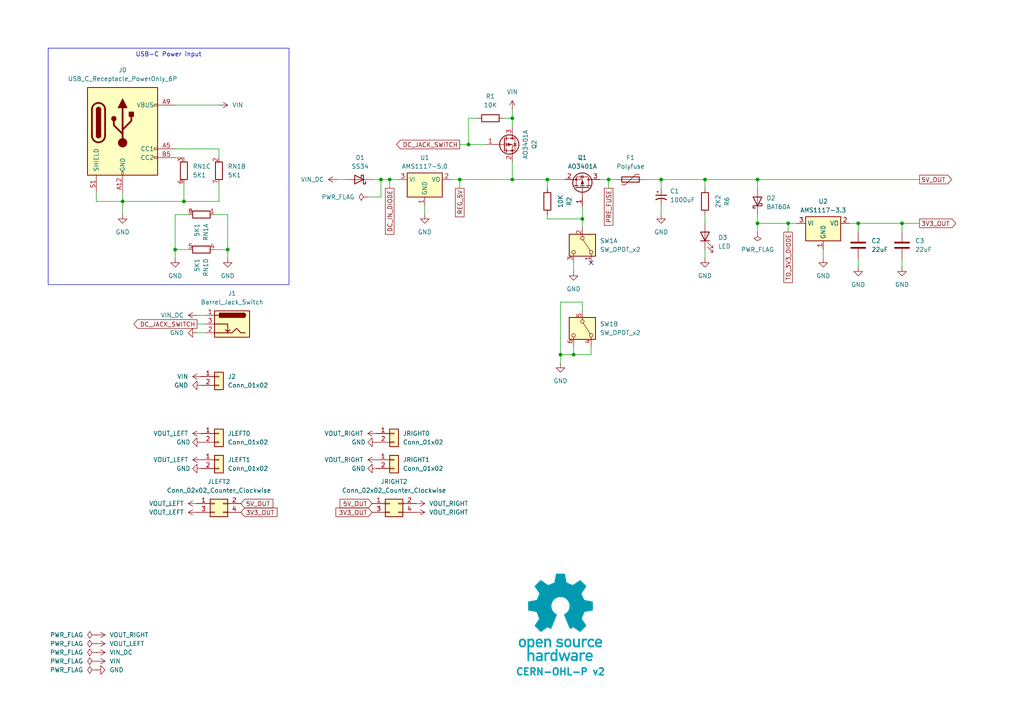
<source format=kicad_sch>
(kicad_sch (version 20231120) (generator "eeschema") (generator_version "8.0")
  (paper "A4")
  (lib_symbols
    (symbol "Connector:Barrel_Jack_Switch" (pin_names hide)
      (property "Reference" "J" (at 0 5.334 0))
      (property "Value" "Barrel_Jack_Switch" (at 0 -5.08 0))
      (symbol "Barrel_Jack_Switch_0_1"
        (rectangle (start -5.08 3.81) (end 5.08 -3.81) (stroke (width 0.254)) (fill (type background)))
        (arc (start -3.302 3.175) (mid -3.9343 2.54) (end -3.302 1.905) (stroke (width 0.254)))
        (arc (start -3.302 3.175) (mid -3.9343 2.54) (end -3.302 1.905) (stroke (width 0.254)) (fill (type outline)))
        (polyline (pts (xy 1.27 -2.286) (xy 1.905 -1.651)) (stroke (width 0.254)))
        (polyline (pts (xy 5.08 2.54) (xy 3.81 2.54)) (stroke (width 0.254)))
        (polyline (pts (xy 5.08 0) (xy 1.27 0) (xy 1.27 -2.286) (xy 0.635 -1.651)) (stroke (width 0.254)))
        (polyline (pts (xy -3.81 -2.54) (xy -2.54 -2.54) (xy -1.27 -1.27) (xy 0 -2.54) (xy 2.54 -2.54) (xy 5.08 -2.54)) (stroke (width 0.254)))
        (rectangle (start 3.683 3.175) (end -3.302 1.905) (stroke (width 0.254)) (fill (type outline)))
      )
      (symbol "Barrel_Jack_Switch_1_1"
        (pin passive line (at 7.62 2.54 180) (length 2.54) (name "~") (number "1"))
        (pin passive line (at 7.62 -2.54 180) (length 2.54) (name "~") (number "2"))
        (pin passive line (at 7.62 0 180) (length 2.54) (name "~") (number "3"))
      )
    )
    (symbol "Connector:USB_C_Receptacle_PowerOnly_6P" (pin_names (offset 1.016))
      (property "Reference" "J" (at 0 16.51 0))
      (property "Value" "USB_C_Receptacle_PowerOnly_6P" (at 0 13.97 0))
      (symbol "USB_C_Receptacle_PowerOnly_6P_0_0"
        (rectangle (start -0.254 -12.7) (end 0.254 -11.684))
        (rectangle (start 10.16 -7.366) (end 9.144 -7.874))
        (rectangle (start 10.16 -4.826) (end 9.144 -5.334))
        (rectangle (start 10.16 7.874) (end 9.144 7.366))
      )
      (symbol "USB_C_Receptacle_PowerOnly_6P_0_1"
        (rectangle (start -10.16 12.7) (end 10.16 -12.7) (stroke (width 0.254)) (fill (type background)))
        (arc (start -8.89 -1.27) (mid -6.985 -3.1667) (end -5.08 -1.27) (stroke (width 0.508)))
        (arc (start -7.62 -1.27) (mid -6.985 -1.9023) (end -6.35 -1.27) (stroke (width 0.254)))
        (arc (start -7.62 -1.27) (mid -6.985 -1.9023) (end -6.35 -1.27) (stroke (width 0.254)) (fill (type outline)))
        (rectangle (start -7.62 -1.27) (end -6.35 6.35) (stroke (width 0.254)) (fill (type outline)))
        (arc (start -6.35 6.35) (mid -6.985 6.9823) (end -7.62 6.35) (stroke (width 0.254)))
        (arc (start -6.35 6.35) (mid -6.985 6.9823) (end -7.62 6.35) (stroke (width 0.254)) (fill (type outline)))
        (arc (start -5.08 6.35) (mid -6.985 8.2467) (end -8.89 6.35) (stroke (width 0.508)))
        (circle (center -2.54 3.683) (radius 0.635) (stroke (width 0.254)) (fill (type outline)))
        (circle (center 0 -3.302) (radius 1.27) (fill (type outline)))
        (polyline (pts (xy -8.89 -1.27) (xy -8.89 6.35)) (stroke (width 0.508)))
        (polyline (pts (xy -5.08 6.35) (xy -5.08 -1.27)) (stroke (width 0.508)))
        (polyline (pts (xy 0 -3.302) (xy 0 6.858)) (stroke (width 0.508)))
        (polyline (pts (xy 0 -0.762) (xy -2.54 1.778) (xy -2.54 3.048)) (stroke (width 0.508)))
        (polyline (pts (xy 0 0.508) (xy 2.54 3.048) (xy 2.54 4.318)) (stroke (width 0.508)))
        (polyline (pts (xy -1.27 6.858) (xy 0 9.398) (xy 1.27 6.858) (xy -1.27 6.858)) (stroke (width 0.254)) (fill (type outline)))
        (rectangle (start 1.905 4.318) (end 3.175 5.588) (stroke (width 0.254)) (fill (type outline)))
      )
      (symbol "USB_C_Receptacle_PowerOnly_6P_1_1"
        (pin passive line (at 0 -17.78 90) (length 5.08) (name "GND") (number "A12"))
        (pin bidirectional line (at 15.24 -5.08 180) (length 5.08) (name "CC1") (number "A5"))
        (pin passive line (at 15.24 7.62 180) (length 5.08) (name "VBUS") (number "A9"))
        (pin passive line (at 0 -17.78 90) (length 5.08) hide (name "GND") (number "B12"))
        (pin bidirectional line (at 15.24 -7.62 180) (length 5.08) (name "CC2") (number "B5"))
        (pin passive line (at 15.24 7.62 180) (length 5.08) hide (name "VBUS") (number "B9"))
        (pin passive line (at -7.62 -17.78 90) (length 5.08) (name "SHIELD") (number "S1"))
      )
    )
    (symbol "Connector_Generic:Conn_01x02" (pin_names (offset 1.016) hide)
      (property "Reference" "J" (at 0 2.54 0))
      (property "Value" "Conn_01x02" (at 0 -5.08 0))
      (symbol "Conn_01x02_1_1"
        (rectangle (start -1.27 -2.413) (end 0 -2.667) (stroke (width 0.1524)))
        (rectangle (start -1.27 0.127) (end 0 -0.127) (stroke (width 0.1524)))
        (rectangle (start -1.27 1.27) (end 1.27 -3.81) (stroke (width 0.254)) (fill (type background)))
        (pin passive line (at -5.08 0 0) (length 3.81) (name "Pin_1") (number "1"))
        (pin passive line (at -5.08 -2.54 0) (length 3.81) (name "Pin_2") (number "2"))
      )
    )
    (symbol "Connector_Generic:Conn_02x02_Odd_Even" (pin_names (offset 1.016) hide)
      (property "Reference" "J" (at 1.27 2.54 0))
      (property "Value" "Conn_02x02_Odd_Even" (at 1.27 -5.08 0))
      (symbol "Conn_02x02_Odd_Even_1_1"
        (rectangle (start -1.27 -2.413) (end 0 -2.667) (stroke (width 0.1524)))
        (rectangle (start -1.27 0.127) (end 0 -0.127) (stroke (width 0.1524)))
        (rectangle (start -1.27 1.27) (end 3.81 -3.81) (stroke (width 0.254)) (fill (type background)))
        (rectangle (start 3.81 -2.413) (end 2.54 -2.667) (stroke (width 0.1524)))
        (rectangle (start 3.81 0.127) (end 2.54 -0.127) (stroke (width 0.1524)))
        (pin passive line (at -5.08 0 0) (length 3.81) (name "Pin_1") (number "1"))
        (pin passive line (at 7.62 0 180) (length 3.81) (name "Pin_2") (number "2"))
        (pin passive line (at -5.08 -2.54 0) (length 3.81) (name "Pin_3") (number "3"))
        (pin passive line (at 7.62 -2.54 180) (length 3.81) (name "Pin_4") (number "4"))
      )
    )
    (symbol "Device:C" (pin_numbers hide) (pin_names (offset 0.254))
      (property "Reference" "C" (at 0.635 2.54 0))
      (property "Value" "C" (at 0.635 -2.54 0))
      (symbol "C_0_1"
        (polyline (pts (xy -2.032 -0.762) (xy 2.032 -0.762)) (stroke (width 0.508)))
        (polyline (pts (xy -2.032 0.762) (xy 2.032 0.762)) (stroke (width 0.508)))
      )
      (symbol "C_1_1"
        (pin passive line (at 0 3.81 270) (length 2.794) (name "~") (number "1"))
        (pin passive line (at 0 -3.81 90) (length 2.794) (name "~") (number "2"))
      )
    )
    (symbol "Device:C_Polarized_Small_US" (pin_numbers hide) (pin_names (offset 0.254) hide)
      (property "Reference" "C" (at 0.254 1.778 0))
      (property "Value" "C_Polarized_Small_US" (at 0.254 -2.032 0))
      (symbol "C_Polarized_Small_US_0_1"
        (polyline (pts (xy -1.524 0.508) (xy 1.524 0.508)) (stroke (width 0.3048)))
        (polyline (pts (xy -1.27 1.524) (xy -0.762 1.524)))
        (polyline (pts (xy -1.016 1.27) (xy -1.016 1.778)))
        (arc (start 1.524 -0.762) (mid 0 -0.3734) (end -1.524 -0.762) (stroke (width 0.3048)))
      )
      (symbol "C_Polarized_Small_US_1_1"
        (pin passive line (at 0 2.54 270) (length 2.032) (name "~") (number "1"))
        (pin passive line (at 0 -2.54 90) (length 2.032) (name "~") (number "2"))
      )
    )
    (symbol "Device:LED" (pin_numbers hide) (pin_names (offset 1.016) hide)
      (property "Reference" "D" (at 0 2.54 0))
      (property "Value" "LED" (at 0 -2.54 0))
      (symbol "LED_0_1"
        (polyline (pts (xy -1.27 -1.27) (xy -1.27 1.27)) (stroke (width 0.254)))
        (polyline (pts (xy -1.27 0) (xy 1.27 0)))
        (polyline (pts (xy 1.27 -1.27) (xy 1.27 1.27) (xy -1.27 0) (xy 1.27 -1.27)) (stroke (width 0.254)))
        (polyline (pts (xy -3.048 -0.762) (xy -4.572 -2.286) (xy -3.81 -2.286) (xy -4.572 -2.286) (xy -4.572 -1.524)))
        (polyline (pts (xy -1.778 -0.762) (xy -3.302 -2.286) (xy -2.54 -2.286) (xy -3.302 -2.286) (xy -3.302 -1.524)))
      )
      (symbol "LED_1_1"
        (pin passive line (at -3.81 0 0) (length 2.54) (name "K") (number "1"))
        (pin passive line (at 3.81 0 180) (length 2.54) (name "A") (number "2"))
      )
    )
    (symbol "Device:Polyfuse" (pin_numbers hide) (pin_names (offset 0))
      (property "Reference" "F" (at -2.54 0 90))
      (property "Value" "Polyfuse" (at 2.54 0 90))
      (symbol "Polyfuse_0_1"
        (rectangle (start -0.762 2.54) (end 0.762 -2.54) (stroke (width 0.254)))
        (polyline (pts (xy 0 2.54) (xy 0 -2.54)))
        (polyline (pts (xy -1.524 2.54) (xy -1.524 1.524) (xy 1.524 -1.524) (xy 1.524 -2.54)))
      )
      (symbol "Polyfuse_1_1"
        (pin passive line (at 0 3.81 270) (length 1.27) (name "~") (number "1"))
        (pin passive line (at 0 -3.81 90) (length 1.27) (name "~") (number "2"))
      )
    )
    (symbol "Device:R" (pin_numbers hide) (pin_names (offset 0))
      (property "Reference" "R" (at 2.032 0 90))
      (property "Value" "R" (at 0 0 90))
      (symbol "R_0_1"
        (rectangle (start -1.016 -2.54) (end 1.016 2.54) (stroke (width 0.254)))
      )
      (symbol "R_1_1"
        (pin passive line (at 0 3.81 270) (length 1.27) (name "~") (number "1"))
        (pin passive line (at 0 -3.81 90) (length 1.27) (name "~") (number "2"))
      )
    )
    (symbol "Device:R_Pack04_Split" (pin_names (offset 0) hide)
      (property "Reference" "RN" (at 2.032 0 90))
      (property "Value" "R_Pack04_Split" (at 0 0 90))
      (symbol "R_Pack04_Split_0_1"
        (rectangle (start 1.016 2.54) (end -1.016 -2.54) (stroke (width 0.254)))
      )
      (symbol "R_Pack04_Split_1_1"
        (pin passive line (at 0 -3.81 90) (length 1.27) (name "R1.1") (number "1"))
        (pin passive line (at 0 3.81 270) (length 1.27) (name "R1.2") (number "8"))
      )
      (symbol "R_Pack04_Split_2_1"
        (pin passive line (at 0 -3.81 90) (length 1.27) (name "R2.1") (number "2"))
        (pin passive line (at 0 3.81 270) (length 1.27) (name "R2.2") (number "7"))
      )
      (symbol "R_Pack04_Split_3_1"
        (pin passive line (at 0 -3.81 90) (length 1.27) (name "R3.1") (number "3"))
        (pin passive line (at 0 3.81 270) (length 1.27) (name "R3.2") (number "6"))
      )
      (symbol "R_Pack04_Split_4_1"
        (pin passive line (at 0 -3.81 90) (length 1.27) (name "R4.1") (number "4"))
        (pin passive line (at 0 3.81 270) (length 1.27) (name "R4.2") (number "5"))
      )
    )
    (symbol "Diode:BAT60A" (pin_numbers hide) (pin_names (offset 1.016) hide)
      (property "Reference" "D" (at 0 2.54 0))
      (property "Value" "BAT60A" (at 0 -2.54 0))
      (symbol "BAT60A_0_1"
        (polyline (pts (xy 1.27 0) (xy -1.27 0)))
        (polyline (pts (xy 1.27 1.27) (xy 1.27 -1.27) (xy -1.27 0) (xy 1.27 1.27)) (stroke (width 0.254)))
        (polyline (pts (xy -1.905 0.635) (xy -1.905 1.27) (xy -1.27 1.27) (xy -1.27 -1.27) (xy -0.635 -1.27) (xy -0.635 -0.635)) (stroke (width 0.254)))
      )
      (symbol "BAT60A_1_1"
        (pin passive line (at -3.81 0 0) (length 2.54) (name "K") (number "1"))
        (pin passive line (at 3.81 0 180) (length 2.54) (name "A") (number "2"))
      )
    )
    (symbol "Diode:SS34" (pin_numbers hide) (pin_names (offset 1.016) hide)
      (property "Reference" "D" (at 0 2.54 0))
      (property "Value" "SS34" (at 0 -2.54 0))
      (symbol "SS34_0_1"
        (polyline (pts (xy 1.27 0) (xy -1.27 0)))
        (polyline (pts (xy 1.27 1.27) (xy 1.27 -1.27) (xy -1.27 0) (xy 1.27 1.27)) (stroke (width 0.254)))
        (polyline (pts (xy -1.905 0.635) (xy -1.905 1.27) (xy -1.27 1.27) (xy -1.27 -1.27) (xy -0.635 -1.27) (xy -0.635 -0.635)) (stroke (width 0.254)))
      )
      (symbol "SS34_1_1"
        (pin passive line (at -3.81 0 0) (length 2.54) (name "K") (number "1"))
        (pin passive line (at 3.81 0 180) (length 2.54) (name "A") (number "2"))
      )
    )
    (symbol "Regulator_Linear:AMS1117-3.3"
      (property "Reference" "U" (at -3.81 3.175 0))
      (property "Value" "AMS1117-3.3" (at 0 3.175 0))
      (symbol "AMS1117-3.3_0_1"
        (rectangle (start -5.08 -5.08) (end 5.08 1.905) (stroke (width 0.254)) (fill (type background)))
      )
      (symbol "AMS1117-3.3_1_1"
        (pin power_in line (at 0 -7.62 90) (length 2.54) (name "GND") (number "1"))
        (pin power_out line (at 7.62 0 180) (length 2.54) (name "VO") (number "2"))
        (pin power_in line (at -7.62 0 0) (length 2.54) (name "VI") (number "3"))
      )
    )
    (symbol "Regulator_Linear:AMS1117-5.0"
      (property "Reference" "U" (at -3.81 3.175 0))
      (property "Value" "AMS1117-5.0" (at 0 3.175 0))
      (symbol "AMS1117-5.0_0_1"
        (rectangle (start -5.08 -5.08) (end 5.08 1.905) (stroke (width 0.254)) (fill (type background)))
      )
      (symbol "AMS1117-5.0_1_1"
        (pin power_in line (at 0 -7.62 90) (length 2.54) (name "GND") (number "1"))
        (pin power_out line (at 7.62 0 180) (length 2.54) (name "VO") (number "2"))
        (pin power_in line (at -7.62 0 0) (length 2.54) (name "VI") (number "3"))
      )
    )
    (symbol "Switch:SW_DPDT_x2" (pin_names (offset 0) hide)
      (property "Reference" "SW" (at 0 5.08 0))
      (property "Value" "SW_DPDT_x2" (at 0 -5.08 0))
      (symbol "SW_DPDT_x2_0_0"
        (circle (center -2.032 0) (radius 0.508))
        (circle (center 2.032 -2.54) (radius 0.508))
      )
      (symbol "SW_DPDT_x2_0_1"
        (rectangle (start -3.175 3.81) (end 3.175 -3.81) (stroke (width 0.254)) (fill (type background)))
        (polyline (pts (xy -1.524 0.254) (xy 1.5748 2.286)))
        (circle (center 2.032 2.54) (radius 0.508))
      )
      (symbol "SW_DPDT_x2_1_1"
        (pin passive line (at 5.08 2.54 180) (length 2.54) (name "A") (number "1"))
        (pin passive line (at -5.08 0 0) (length 2.54) (name "B") (number "2"))
        (pin passive line (at 5.08 -2.54 180) (length 2.54) (name "C") (number "3"))
      )
      (symbol "SW_DPDT_x2_2_1"
        (pin passive line (at 5.08 2.54 180) (length 2.54) (name "A") (number "4"))
        (pin passive line (at -5.08 0 0) (length 2.54) (name "B") (number "5"))
        (pin passive line (at 5.08 -2.54 180) (length 2.54) (name "C") (number "6"))
      )
    )
    (symbol "Transistor_FET:AO3401A" (pin_names hide)
      (property "Reference" "Q" (at 5.08 1.905 0))
      (property "Value" "AO3401A" (at 5.08 0 0))
      (symbol "AO3401A_0_1"
        (polyline (pts (xy 0.254 0) (xy -2.54 0)))
        (polyline (pts (xy 0.254 1.905) (xy 0.254 -1.905)) (stroke (width 0.254)))
        (polyline (pts (xy 0.762 -1.27) (xy 0.762 -2.286)) (stroke (width 0.254)))
        (polyline (pts (xy 0.762 0.508) (xy 0.762 -0.508)) (stroke (width 0.254)))
        (polyline (pts (xy 0.762 2.286) (xy 0.762 1.27)) (stroke (width 0.254)))
        (polyline (pts (xy 2.54 2.54) (xy 2.54 1.778)))
        (polyline (pts (xy 2.54 -2.54) (xy 2.54 0) (xy 0.762 0)))
        (polyline (pts (xy 0.762 1.778) (xy 3.302 1.778) (xy 3.302 -1.778) (xy 0.762 -1.778)))
        (polyline (pts (xy 2.286 0) (xy 1.27 0.381) (xy 1.27 -0.381) (xy 2.286 0)) (fill (type outline)))
        (polyline (pts (xy 2.794 -0.508) (xy 2.921 -0.381) (xy 3.683 -0.381) (xy 3.81 -0.254)))
        (polyline (pts (xy 3.302 -0.381) (xy 2.921 0.254) (xy 3.683 0.254) (xy 3.302 -0.381)))
        (circle (center 1.651 0) (radius 2.794) (stroke (width 0.254)))
        (circle (center 2.54 -1.778) (radius 0.254) (fill (type outline)))
        (circle (center 2.54 1.778) (radius 0.254) (fill (type outline)))
      )
      (symbol "AO3401A_1_1"
        (pin input line (at -5.08 0 0) (length 2.54) (name "G") (number "1"))
        (pin passive line (at 2.54 -5.08 90) (length 2.54) (name "S") (number "2"))
        (pin passive line (at 2.54 5.08 270) (length 2.54) (name "D") (number "3"))
      )
    )
    (symbol "power:GND" (power) (pin_numbers hide) (pin_names (offset 0) hide)
      (property "Value" "GND" (at 0 -3.81 0))
      (symbol "GND_0_1"
        (polyline (pts (xy 0 0) (xy 0 -1.27) (xy 1.27 -1.27) (xy 0 -2.54) (xy -1.27 -1.27) (xy 0 -1.27)))
      )
      (symbol "GND_1_1"
        (pin power_in line (at 0 0 270) (length 0) (name "~") (number "1"))
      )
    )
    (symbol "power:PWR_FLAG" (power) (pin_numbers hide) (pin_names (offset 0) hide)
      (property "Value" "PWR_FLAG" (at 0 3.81 0))
      (symbol "PWR_FLAG_0_0"
        (pin power_out line (at 0 0 90) (length 0) (name "~") (number "1"))
      )
      (symbol "PWR_FLAG_0_1"
        (polyline (pts (xy 0 0) (xy 0 1.27) (xy -1.016 1.905) (xy 0 2.54) (xy 1.016 1.905) (xy 0 1.27)))
      )
    )
    (symbol "power:VCC" (power) (pin_numbers hide) (pin_names (offset 0) hide)
      (property "Value" "VCC" (at 0 3.556 0))
      (symbol "VCC_0_1"
        (polyline (pts (xy -0.762 1.27) (xy 0 2.54)))
        (polyline (pts (xy 0 0) (xy 0 2.54)))
        (polyline (pts (xy 0 2.54) (xy 0.762 1.27)))
      )
      (symbol "VCC_1_1"
        (pin power_in line (at 0 0 90) (length 0) (name "~") (number "1"))
      )
    )
  )
  (junction (at 261.62 64.77))
  (junction (at 168.91 63.5))
  (junction (at 133.35 52.07))
  (junction (at 50.8 72.39))
  (junction (at 219.71 64.77))
  (junction (at 191.77 52.07))
  (junction (at 135.89 41.91))
  (junction (at 176.53 52.07))
  (junction (at 248.92 64.77))
  (junction (at 35.56 58.42))
  (junction (at 148.59 34.29))
  (junction (at 113.03 52.07))
  (junction (at 158.75 52.07))
  (junction (at 204.47 52.07))
  (junction (at 162.56 102.87))
  (junction (at 219.71 52.07))
  (junction (at 166.37 102.87))
  (junction (at 110.49 52.07))
  (junction (at 228.6 64.77))
  (junction (at 53.34 58.42))
  (junction (at 148.59 52.07))
  (junction (at 66.04 72.39))
  (no_connect (at 171.45 76.2))
  (wire (pts (xy 50.8 72.39) (xy 50.8 74.93)))
  (wire (pts (xy 248.92 64.77) (xy 248.92 67.31)))
  (wire (pts (xy 261.62 64.77) (xy 261.62 67.31)))
  (wire (pts (xy 158.75 54.61) (xy 158.75 52.07)))
  (wire (pts (xy 148.59 34.29) (xy 148.59 36.83)))
  (wire (pts (xy 228.6 64.77) (xy 219.71 64.77)))
  (wire (pts (xy 113.03 52.07) (xy 113.03 54.61)))
  (wire (pts (xy 204.47 62.23) (xy 204.47 64.77)))
  (wire (pts (xy 176.53 52.07) (xy 176.53 54.61)))
  (wire (pts (xy 35.56 58.42) (xy 35.56 62.23)))
  (wire (pts (xy 261.62 74.93) (xy 261.62 77.47)))
  (wire (pts (xy 110.49 57.15) (xy 110.49 52.07)))
  (wire (pts (xy 158.75 63.5) (xy 168.91 63.5)))
  (wire (pts (xy 168.91 87.63) (xy 162.56 87.63)))
  (wire (pts (xy 57.15 96.52) (xy 59.69 96.52)))
  (wire (pts (xy 238.76 74.93) (xy 238.76 72.39)))
  (wire (pts (xy 162.56 102.87) (xy 166.37 102.87)))
  (wire (pts (xy 50.8 30.48) (xy 63.5 30.48)))
  (wire (pts (xy 166.37 102.87) (xy 171.45 102.87)))
  (wire (pts (xy 186.69 52.07) (xy 191.77 52.07)))
  (wire (pts (xy 191.77 52.07) (xy 204.47 52.07)))
  (wire (pts (xy 231.14 64.77) (xy 228.6 64.77)))
  (wire (pts (xy 54.61 62.23) (xy 50.8 62.23)))
  (wire (pts (xy 54.61 72.39) (xy 50.8 72.39)))
  (wire (pts (xy 106.68 57.15) (xy 110.49 57.15)))
  (wire (pts (xy 148.59 46.99) (xy 148.59 52.07)))
  (wire (pts (xy 219.71 67.31) (xy 219.71 64.77)))
  (wire (pts (xy 110.49 52.07) (xy 113.03 52.07)))
  (wire (pts (xy 191.77 62.23) (xy 191.77 59.69)))
  (wire (pts (xy 135.89 34.29) (xy 135.89 41.91)))
  (wire (pts (xy 57.15 91.44) (xy 59.69 91.44)))
  (wire (pts (xy 148.59 52.07) (xy 158.75 52.07)))
  (wire (pts (xy 97.79 52.07) (xy 100.33 52.07)))
  (wire (pts (xy 62.23 62.23) (xy 66.04 62.23)))
  (wire (pts (xy 166.37 100.33) (xy 166.37 102.87)))
  (wire (pts (xy 158.75 62.23) (xy 158.75 63.5)))
  (wire (pts (xy 162.56 102.87) (xy 162.56 105.41)))
  (wire (pts (xy 168.91 63.5) (xy 168.91 59.69)))
  (wire (pts (xy 50.8 62.23) (xy 50.8 72.39)))
  (wire (pts (xy 219.71 52.07) (xy 266.7 52.07)))
  (wire (pts (xy 27.94 58.42) (xy 35.56 58.42)))
  (wire (pts (xy 63.5 53.34) (xy 63.5 58.42)))
  (wire (pts (xy 63.5 43.18) (xy 63.5 45.72)))
  (wire (pts (xy 148.59 31.75) (xy 148.59 34.29)))
  (wire (pts (xy 146.05 34.29) (xy 148.59 34.29)))
  (wire (pts (xy 62.23 72.39) (xy 66.04 72.39)))
  (wire (pts (xy 176.53 52.07) (xy 179.07 52.07)))
  (wire (pts (xy 133.35 41.91) (xy 135.89 41.91)))
  (wire (pts (xy 53.34 53.34) (xy 53.34 58.42)))
  (wire (pts (xy 57.15 93.98) (xy 59.69 93.98)))
  (wire (pts (xy 113.03 52.07) (xy 115.57 52.07)))
  (wire (pts (xy 158.75 52.07) (xy 163.83 52.07)))
  (wire (pts (xy 248.92 74.93) (xy 248.92 77.47)))
  (wire (pts (xy 204.47 52.07) (xy 204.47 54.61)))
  (wire (pts (xy 219.71 64.77) (xy 219.71 62.23)))
  (wire (pts (xy 133.35 52.07) (xy 133.35 54.61)))
  (wire (pts (xy 50.8 45.72) (xy 53.34 45.72)))
  (wire (pts (xy 261.62 64.77) (xy 248.92 64.77)))
  (wire (pts (xy 110.49 52.07) (xy 107.95 52.07)))
  (wire (pts (xy 171.45 102.87) (xy 171.45 100.33)))
  (wire (pts (xy 266.7 64.77) (xy 261.62 64.77)))
  (wire (pts (xy 168.91 90.17) (xy 168.91 87.63)))
  (wire (pts (xy 228.6 64.77) (xy 228.6 67.31)))
  (wire (pts (xy 135.89 41.91) (xy 140.97 41.91)))
  (wire (pts (xy 166.37 76.2) (xy 166.37 78.74)))
  (wire (pts (xy 168.91 63.5) (xy 168.91 66.04)))
  (wire (pts (xy 204.47 72.39) (xy 204.47 74.93)))
  (wire (pts (xy 130.81 52.07) (xy 133.35 52.07)))
  (wire (pts (xy 219.71 54.61) (xy 219.71 52.07)))
  (wire (pts (xy 123.19 62.23) (xy 123.19 59.69)))
  (wire (pts (xy 50.8 43.18) (xy 63.5 43.18)))
  (wire (pts (xy 248.92 64.77) (xy 246.38 64.77)))
  (wire (pts (xy 53.34 58.42) (xy 35.56 58.42)))
  (wire (pts (xy 63.5 58.42) (xy 53.34 58.42)))
  (wire (pts (xy 35.56 55.88) (xy 35.56 58.42)))
  (wire (pts (xy 162.56 87.63) (xy 162.56 102.87)))
  (wire (pts (xy 133.35 52.07) (xy 148.59 52.07)))
  (wire (pts (xy 138.43 34.29) (xy 135.89 34.29)))
  (wire (pts (xy 204.47 52.07) (xy 219.71 52.07)))
  (wire (pts (xy 66.04 72.39) (xy 66.04 74.93)))
  (wire (pts (xy 66.04 62.23) (xy 66.04 72.39)))
  (wire (pts (xy 173.99 52.07) (xy 176.53 52.07)))
  (wire (pts (xy 191.77 52.07) (xy 191.77 54.61)))
  (wire (pts (xy 27.94 55.88) (xy 27.94 58.42)))
  (image (at 162.56 179.07) (scale 0.37481))
  (text_box "USB-C Power input" (at 13.97 13.97 0) (size 69.85 68.58) (effects (font (size 1.27 1.27)) (justify top)))
  (text "CERN-OHL-P v2" (at 162.56 195.072 0) (effects (font (size 2 2) (thickness 0.4) (bold yes))))
  (global_label "5V_OUT" (shape input) (at 107.95 146.05 180) (property "Intersheetrefs" "${INTERSHEET_REFS}" (effects (hide yes))))
  (global_label "REG_5V" (shape passive) (at 133.35 54.61 270) (property "Intersheetrefs" "${INTERSHEET_REFS}" (effects (hide yes))))
  (global_label "3V3_OUT" (shape output) (at 266.7 64.77 0) (property "Intersheetrefs" "${INTERSHEET_REFS}" (effects (hide yes))))
  (global_label "DC_JACK_SWITCH" (shape output) (at 57.15 93.98 180) (property "Intersheetrefs" "${INTERSHEET_REFS}" (effects (hide yes))))
  (global_label "DC_JACK_SWITCH" (shape output) (at 133.35 41.91 180) (property "Intersheetrefs" "${INTERSHEET_REFS}" (effects (hide yes))))
  (global_label "3V3_OUT" (shape input) (at 107.95 148.59 180) (property "Intersheetrefs" "${INTERSHEET_REFS}" (effects (hide yes))))
  (global_label "5V_OUT" (shape output) (at 266.7 52.07 0) (property "Intersheetrefs" "${INTERSHEET_REFS}" (effects (hide yes))))
  (global_label "TO_3V3_DIODE" (shape passive) (at 228.6 67.31 270) (property "Intersheetrefs" "${INTERSHEET_REFS}" (effects (hide yes))))
  (global_label "3V3_OUT" (shape input) (at 69.85 148.59 0) (property "Intersheetrefs" "${INTERSHEET_REFS}" (effects (hide yes))))
  (global_label "5V_OUT" (shape input) (at 69.85 146.05 0) (property "Intersheetrefs" "${INTERSHEET_REFS}" (effects (hide yes))))
  (global_label "PRE_FUSE" (shape passive) (at 176.53 54.61 270) (property "Intersheetrefs" "${INTERSHEET_REFS}" (effects (hide yes))))
  (global_label "DC_IN_DIODE" (shape passive) (at 113.03 54.61 270) (property "Intersheetrefs" "${INTERSHEET_REFS}" (effects (hide yes))))
  (symbol (lib_id "Regulator_Linear:AMS1117-3.3") (at 238.76 64.77 0) (unit 1)
    (property "Reference" "U2" (at 238.76 58.42 0))
    (property "Value" "AMS1117-3.3" (at 238.76 60.96 0))
    (property "Footprint" "Package_TO_SOT_SMD:SOT-223-3_TabPin2" (effects (hide yes)))
    (property "Datasheet" "http://www.advanced-monolithic.com/pdf/ds1117.pdf" (effects (hide yes)))
    (property "Description" "1A Low Dropout regulator, positive, 3.3V fixed output, SOT-223" (effects (hide yes)))
  )
  (symbol (lib_id "power:PWR_FLAG") (at 27.94 186.69 90) (unit 1)
    (property "Reference" "#FLG03" (effects (hide yes)))
    (property "Value" "PWR_FLAG" (at 24.13 186.6899 90) (effects (justify left)))
    (property "Description" "Special symbol for telling ERC where power comes from" (effects (hide yes)))
  )
  (symbol (lib_id "Switch:SW_DPDT_x2") (at 168.91 71.12 270) (unit 1)
    (property "Reference" "SW1" (at 173.99 69.8499 90) (effects (justify left)))
    (property "Value" "SW_DPDT_x2" (at 173.99 72.3899 90) (effects (justify left)))
    (property "Footprint" "lcsc:SW-TH_6P-L7.0-W7.0-P2.00_90deg" (effects (hide yes)))
    (property "Description" "Switch, dual pole double throw, separate symbols" (effects (hide yes)))
  )
  (symbol (lib_id "Connector_Generic:Conn_02x02_Odd_Even") (at 62.23 146.05 0) (unit 1)
    (property "Reference" "JLEFT2" (at 63.5 139.7 0))
    (property "Value" "Conn_02x02_Counter_Clockwise" (at 63.5 142.24 0))
    (property "Footprint" "custom:PinHeader_2x02_P2.54mm_Vertical_simple" (effects (hide yes)))
    (property "Description" "Generic connector, double row, 02x02, odd/even pin numbering scheme (row 1 odd numbers, row 2 even numbers), script generated (kicad-library-utils/schlib/autogen/connector/)" (effects (hide yes)))
  )
  (symbol (lib_id "Transistor_FET:AO3401A") (at 146.05 41.91 0) (unit 1)
    (property "Reference" "Q2" (at 154.94 41.91 90))
    (property "Value" "AO3401A" (at 152.4 41.91 90))
    (property "Footprint" "Package_TO_SOT_SMD:SOT-23" (effects (hide yes)))
    (property "Datasheet" "http://www.aosmd.com/pdfs/datasheet/AO3401A.pdf" (effects (hide yes)))
    (property "Description" "-4.0A Id, -30V Vds, P-Channel MOSFET, SOT-23" (effects (hide yes)))
    (property "LCSC Part" "C15127" (effects (hide yes)))
    (property "JLCPCB_CORRECTION" "0; 0; 180" (effects (hide yes)))
  )
  (symbol (lib_id "power:VCC") (at 63.5 30.48 270) (unit 1)
    (property "Reference" "#PWR027" (effects (hide yes)))
    (property "Value" "VIN" (at 67.31 30.4799 90) (effects (justify left)))
    (property "Description" "Power symbol creates a global label with name \"VCC\"" (effects (hide yes)))
  )
  (symbol (lib_id "power:VCC") (at 58.42 125.73 90) (unit 1)
    (property "Reference" "#PWR07" (effects (hide yes)))
    (property "Value" "VOUT_LEFT" (at 54.61 125.7299 90) (effects (justify left)))
    (property "Description" "Power symbol creates a global label with name \"VCC\"" (effects (hide yes)))
  )
  (symbol (lib_id "Connector_Generic:Conn_01x02") (at 114.3 133.35 0) (unit 1)
    (property "Reference" "JRIGHT1" (at 116.84 133.3499 0) (effects (justify left)))
    (property "Value" "Conn_01x02" (at 116.84 135.8899 0) (effects (justify left)))
    (property "Footprint" "custom:PinHeader_1x02_P2.54mm_Vertical_simple_pad2gnd" (effects (hide yes)))
    (property "Description" "Generic connector, single row, 01x02, script generated (kicad-library-utils/schlib/autogen/connector/)" (effects (hide yes)))
  )
  (symbol (lib_id "power:GND") (at 58.42 135.89 270) (unit 1)
    (property "Reference" "#PWR010" (effects (hide yes)))
    (property "Value" "GND" (at 55.2429 135.8899 90) (effects (justify right)))
    (property "Description" "Power symbol creates a global label with name \"GND\" , ground" (effects (hide yes)))
  )
  (symbol (lib_id "power:VCC") (at 58.42 133.35 90) (unit 1)
    (property "Reference" "#PWR09" (effects (hide yes)))
    (property "Value" "VOUT_LEFT" (at 54.61 133.3499 90) (effects (justify left)))
    (property "Description" "Power symbol creates a global label with name \"VCC\"" (effects (hide yes)))
  )
  (symbol (lib_id "Connector_Generic:Conn_01x02") (at 114.3 125.73 0) (unit 1)
    (property "Reference" "JRIGHT0" (at 116.84 125.7299 0) (effects (justify left)))
    (property "Value" "Conn_01x02" (at 116.84 128.2699 0) (effects (justify left)))
    (property "Footprint" "custom:PinHeader_1x02_P2.54mm_Vertical_simple_pad2gnd" (effects (hide yes)))
    (property "Description" "Generic connector, single row, 01x02, script generated (kicad-library-utils/schlib/autogen/connector/)" (effects (hide yes)))
  )
  (symbol (lib_id "power:PWR_FLAG") (at 27.94 184.15 90) (unit 1)
    (property "Reference" "#FLG04" (effects (hide yes)))
    (property "Value" "PWR_FLAG" (at 24.13 184.1499 90) (effects (justify left)))
    (property "Description" "Special symbol for telling ERC where power comes from" (effects (hide yes)))
  )
  (symbol (lib_id "Connector_Generic:Conn_01x02") (at 63.5 125.73 0) (unit 1)
    (property "Reference" "JLEFT0" (at 66.04 125.7299 0) (effects (justify left)))
    (property "Value" "Conn_01x02" (at 66.04 128.2699 0) (effects (justify left)))
    (property "Footprint" "custom:PinHeader_1x02_P2.54mm_Vertical_simple_pad2gnd" (effects (hide yes)))
    (property "Description" "Generic connector, single row, 01x02, script generated (kicad-library-utils/schlib/autogen/connector/)" (effects (hide yes)))
  )
  (symbol (lib_id "Device:R") (at 158.75 58.42 0) (mirror y) (unit 1)
    (property "Reference" "R2" (at 165.1 58.42 90))
    (property "Value" "10K" (at 162.56 58.42 90))
    (property "Footprint" "Resistor_SMD:R_0805_2012Metric_Pad1.20x1.40mm_HandSolder" (effects (hide yes)))
    (property "Description" "Resistor" (effects (hide yes)))
  )
  (symbol (lib_id "power:GND") (at 166.37 78.74 0) (unit 1)
    (property "Reference" "#PWR019" (effects (hide yes)))
    (property "Value" "GND" (at 166.37 83.82 0))
    (property "Description" "Power symbol creates a global label with name \"GND\" , ground" (effects (hide yes)))
  )
  (symbol (lib_id "Connector_Generic:Conn_01x02") (at 63.5 133.35 0) (unit 1)
    (property "Reference" "JLEFT1" (at 66.04 133.3499 0) (effects (justify left)))
    (property "Value" "Conn_01x02" (at 66.04 135.8899 0) (effects (justify left)))
    (property "Footprint" "custom:PinHeader_1x02_P2.54mm_Vertical_simple_pad2gnd" (effects (hide yes)))
    (property "Description" "Generic connector, single row, 01x02, script generated (kicad-library-utils/schlib/autogen/connector/)" (effects (hide yes)))
  )
  (symbol (lib_id "Diode:BAT60A") (at 219.71 58.42 90) (unit 1)
    (property "Reference" "D2" (at 222.25 57.4674 90) (effects (justify right)))
    (property "Value" "BAT60A" (at 222.25 60.0074 90) (effects (justify right)))
    (property "Footprint" "custom:D_SOD-323_HandSoldering_simple" (effects (hide yes)))
    (property "Datasheet" "https://www.infineon.com/dgdl/Infineon-BAT60ASERIES-DS-v01_01-en.pdf?fileId=db3a304313d846880113def70c9304a9" (effects (hide yes)))
    (property "Description" "10V 3A High Current Recitifier Schottky Diode, SOD-323" (effects (hide yes)))
  )
  (symbol (lib_id "power:VCC") (at 58.42 109.22 90) (unit 1)
    (property "Reference" "#PWR015" (effects (hide yes)))
    (property "Value" "VIN" (at 54.61 109.2199 90) (effects (justify left)))
    (property "Description" "Power symbol creates a global label with name \"VCC\"" (effects (hide yes)))
  )
  (symbol (lib_id "Device:R_Pack04_Split") (at 63.5 49.53 180) (unit 2)
    (property "Reference" "RN1" (at 66.04 48.2599 0) (effects (justify right)))
    (property "Value" "5K1" (at 66.04 50.7999 0) (effects (justify right)))
    (property "Footprint" "Resistor_SMD:R_Array_Convex_4x0603" (effects (hide yes)))
    (property "Description" "4 resistor network, parallel topology, split" (effects (hide yes)))
  )
  (symbol (lib_id "power:GND") (at 238.76 74.93 0) (unit 1)
    (property "Reference" "#PWR023" (effects (hide yes)))
    (property "Value" "GND" (at 238.76 80.01 0))
    (property "Description" "Power symbol creates a global label with name \"GND\" , ground" (effects (hide yes)))
  )
  (symbol (lib_id "Device:C_Polarized_Small_US") (at 191.77 57.15 0) (unit 1)
    (property "Reference" "C1" (at 194.31 55.4481 0) (effects (justify left)))
    (property "Value" "1000uF" (at 194.31 57.9881 0) (effects (justify left)))
    (property "Footprint" "Capacitor_SMD:CP_Elec_8x10.5" (effects (hide yes)))
    (property "Description" "Polarized capacitor, small US symbol" (effects (hide yes)))
  )
  (symbol (lib_id "Device:Polyfuse") (at 182.88 52.07 90) (unit 1)
    (property "Reference" "F1" (at 182.88 45.72 90))
    (property "Value" "Polyfuse" (at 182.88 48.26 90))
    (property "Footprint" "custom:Fuse_1206_3216Metric_Pad1.42x1.75mm_HandSolder_simple" (effects (hide yes)))
    (property "Description" "Resettable fuse, polymeric positive temperature coefficient" (effects (hide yes)))
  )
  (symbol (lib_id "power:PWR_FLAG") (at 219.71 67.31 180) (unit 1)
    (property "Reference" "#FLG06" (effects (hide yes)))
    (property "Value" "PWR_FLAG" (at 219.71 72.39 0))
    (property "Description" "Special symbol for telling ERC where power comes from" (effects (hide yes)))
  )
  (symbol (lib_id "power:VCC") (at 27.94 191.77 270) (unit 1)
    (property "Reference" "#PWR01" (effects (hide yes)))
    (property "Value" "VIN" (at 31.75 191.7699 90) (effects (justify left)))
    (property "Description" "Power symbol creates a global label with name \"VCC\"" (effects (hide yes)))
  )
  (symbol (lib_id "power:GND") (at 58.42 128.27 270) (unit 1)
    (property "Reference" "#PWR08" (effects (hide yes)))
    (property "Value" "GND" (at 55.2429 128.2699 90) (effects (justify right)))
    (property "Description" "Power symbol creates a global label with name \"GND\" , ground" (effects (hide yes)))
  )
  (symbol (lib_id "Device:R_Pack04_Split") (at 53.34 49.53 180) (unit 3)
    (property "Reference" "RN1" (at 55.88 48.2599 0) (effects (justify right)))
    (property "Value" "5K1" (at 55.88 50.7999 0) (effects (justify right)))
    (property "Footprint" "Resistor_SMD:R_Array_Convex_4x0603" (effects (hide yes)))
    (property "Description" "4 resistor network, parallel topology, split" (effects (hide yes)))
  )
  (symbol (lib_id "power:VCC") (at 27.94 186.69 270) (unit 1)
    (property "Reference" "#PWR03" (effects (hide yes)))
    (property "Value" "VOUT_LEFT" (at 31.75 186.6899 90) (effects (justify left)))
    (property "Description" "Power symbol creates a global label with name \"VCC\"" (effects (hide yes)))
  )
  (symbol (lib_id "Device:C") (at 248.92 71.12 0) (unit 1)
    (property "Reference" "C2" (at 252.73 69.8499 0) (effects (justify left)))
    (property "Value" "22uF" (at 252.73 72.3899 0) (effects (justify left)))
    (property "Footprint" "custom:C_0805_2012Metric_Pad1.18x1.45mm_HandSolder" (effects (hide yes)))
    (property "Description" "Unpolarized capacitor" (effects (hide yes)))
  )
  (symbol (lib_id "power:GND") (at 204.47 74.93 0) (unit 1)
    (property "Reference" "#PWR035" (effects (hide yes)))
    (property "Value" "GND" (at 204.47 80.01 0))
    (property "Description" "Power symbol creates a global label with name \"GND\" , ground" (effects (hide yes)))
  )
  (symbol (lib_id "Device:C") (at 261.62 71.12 0) (unit 1)
    (property "Reference" "C3" (at 265.43 69.8499 0) (effects (justify left)))
    (property "Value" "22uF" (at 265.43 72.3899 0) (effects (justify left)))
    (property "Footprint" "custom:C_0805_2012Metric_Pad1.18x1.45mm_HandSolder" (effects (hide yes)))
    (property "Description" "Unpolarized capacitor" (effects (hide yes)))
  )
  (symbol (lib_id "power:GND") (at 162.56 105.41 0) (unit 1)
    (property "Reference" "#PWR034" (effects (hide yes)))
    (property "Value" "GND" (at 162.56 110.49 0))
    (property "Description" "Power symbol creates a global label with name \"GND\" , ground" (effects (hide yes)))
  )
  (symbol (lib_id "power:GND") (at 248.92 77.47 0) (unit 1)
    (property "Reference" "#PWR028" (effects (hide yes)))
    (property "Value" "GND" (at 248.92 82.55 0))
    (property "Description" "Power symbol creates a global label with name \"GND\" , ground" (effects (hide yes)))
  )
  (symbol (lib_id "power:VCC") (at 120.65 148.59 270) (mirror x) (unit 1)
    (property "Reference" "#PWR024" (effects (hide yes)))
    (property "Value" "VOUT_RIGHT" (at 124.46 148.5899 90) (effects (justify left)))
    (property "Description" "Power symbol creates a global label with name \"VCC\"" (effects (hide yes)))
  )
  (symbol (lib_id "power:VCC") (at 57.15 91.44 90) (unit 1)
    (property "Reference" "#PWR026" (effects (hide yes)))
    (property "Value" "VIN_DC" (at 53.34 91.4399 90) (effects (justify left)))
    (property "Description" "Power symbol creates a global label with name \"VCC\"" (effects (hide yes)))
  )
  (symbol (lib_id "power:GND") (at 27.94 194.31 90) (unit 1)
    (property "Reference" "#PWR02" (effects (hide yes)))
    (property "Value" "GND" (at 31.75 194.3099 90) (effects (justify right)))
    (property "Description" "Power symbol creates a global label with name \"GND\" , ground" (effects (hide yes)))
  )
  (symbol (lib_id "power:VCC") (at 57.15 148.59 90) (unit 1)
    (property "Reference" "#PWR030" (effects (hide yes)))
    (property "Value" "VOUT_LEFT" (at 53.34 148.5899 90) (effects (justify left)))
    (property "Description" "Power symbol creates a global label with name \"VCC\"" (effects (hide yes)))
  )
  (symbol (lib_id "power:GND") (at 58.42 111.76 270) (unit 1)
    (property "Reference" "#PWR016" (effects (hide yes)))
    (property "Value" "GND" (at 54.61 111.7599 90) (effects (justify right)))
    (property "Description" "Power symbol creates a global label with name \"GND\" , ground" (effects (hide yes)))
  )
  (symbol (lib_id "power:PWR_FLAG") (at 27.94 189.23 90) (unit 1)
    (property "Reference" "#FLG05" (effects (hide yes)))
    (property "Value" "PWR_FLAG" (at 24.13 189.2299 90) (effects (justify left)))
    (property "Description" "Special symbol for telling ERC where power comes from" (effects (hide yes)))
  )
  (symbol (lib_id "Device:LED") (at 204.47 68.58 90) (unit 1)
    (property "Reference" "D3" (at 208.28 68.8974 90) (effects (justify right)))
    (property "Value" "LED" (at 208.28 71.4374 90) (effects (justify right)))
    (property "Footprint" "custom:LED_0805_2012Metric_Pad1.15x1.40mm_HandSolder_simple" (effects (hide yes)))
    (property "Description" "Light emitting diode" (effects (hide yes)))
  )
  (symbol (lib_id "power:VCC") (at 57.15 146.05 90) (unit 1)
    (property "Reference" "#PWR029" (effects (hide yes)))
    (property "Value" "VOUT_LEFT" (at 53.34 146.0499 90) (effects (justify left)))
    (property "Description" "Power symbol creates a global label with name \"VCC\"" (effects (hide yes)))
  )
  (symbol (lib_id "power:VCC") (at 27.94 184.15 270) (unit 1)
    (property "Reference" "#PWR04" (effects (hide yes)))
    (property "Value" "VOUT_RIGHT" (at 31.75 184.1499 90) (effects (justify left)))
    (property "Description" "Power symbol creates a global label with name \"VCC\"" (effects (hide yes)))
  )
  (symbol (lib_id "power:VCC") (at 97.79 52.07 90) (unit 1)
    (property "Reference" "#PWR018" (effects (hide yes)))
    (property "Value" "VIN_DC" (at 93.98 52.0699 90) (effects (justify left)))
    (property "Description" "Power symbol creates a global label with name \"VCC\"" (effects (hide yes)))
  )
  (symbol (lib_id "power:GND") (at 261.62 77.47 0) (unit 1)
    (property "Reference" "#PWR031" (effects (hide yes)))
    (property "Value" "GND" (at 261.62 82.55 0))
    (property "Description" "Power symbol creates a global label with name \"GND\" , ground" (effects (hide yes)))
  )
  (symbol (lib_id "Device:R") (at 204.47 58.42 0) (mirror y) (unit 1)
    (property "Reference" "R6" (at 210.82 58.42 90))
    (property "Value" "2K2" (at 208.28 58.42 90))
    (property "Footprint" "Resistor_SMD:R_0805_2012Metric_Pad1.20x1.40mm_HandSolder" (effects (hide yes)))
    (property "Description" "Resistor" (effects (hide yes)))
  )
  (symbol (lib_id "power:PWR_FLAG") (at 27.94 191.77 90) (unit 1)
    (property "Reference" "#FLG01" (effects (hide yes)))
    (property "Value" "PWR_FLAG" (at 24.13 191.7699 90) (effects (justify left)))
    (property "Description" "Special symbol for telling ERC where power comes from" (effects (hide yes)))
  )
  (symbol (lib_id "power:GND") (at 57.15 96.52 270) (unit 1)
    (property "Reference" "#PWR05" (effects (hide yes)))
    (property "Value" "GND" (at 53.34 96.5199 90) (effects (justify right)))
    (property "Description" "Power symbol creates a global label with name \"GND\" , ground" (effects (hide yes)))
  )
  (symbol (lib_id "Regulator_Linear:AMS1117-5.0") (at 123.19 52.07 0) (unit 1)
    (property "Reference" "U1" (at 123.19 45.72 0))
    (property "Value" "AMS1117-5.0" (at 123.19 48.26 0))
    (property "Footprint" "Package_TO_SOT_SMD:SOT-223-3_TabPin2" (effects (hide yes)))
    (property "Datasheet" "http://www.advanced-monolithic.com/pdf/ds1117.pdf" (effects (hide yes)))
    (property "Description" "1A Low Dropout regulator, positive, 5.0V fixed output, SOT-223" (effects (hide yes)))
  )
  (symbol (lib_id "power:GND") (at 123.19 62.23 0) (unit 1)
    (property "Reference" "#PWR022" (effects (hide yes)))
    (property "Value" "GND" (at 123.19 67.31 0))
    (property "Description" "Power symbol creates a global label with name \"GND\" , ground" (effects (hide yes)))
  )
  (symbol (lib_id "power:GND") (at 66.04 74.93 0) (unit 1)
    (property "Reference" "#PWR032" (effects (hide yes)))
    (property "Value" "GND" (at 66.04 80.01 0))
    (property "Description" "Power symbol creates a global label with name \"GND\" , ground" (effects (hide yes)))
  )
  (symbol (lib_id "Connector:USB_C_Receptacle_PowerOnly_6P") (at 35.56 38.1 0) (unit 1)
    (property "Reference" "J0" (at 35.56 20.32 0))
    (property "Value" "USB_C_Receptacle_PowerOnly_6P" (at 35.56 22.86 0))
    (property "Footprint" "custom:USB_C_Receptacle_GCT_USB4125-xx-x_6P_TopMnt_Horizontal_handsolder" (effects (hide yes)))
    (property "Datasheet" "https://www.usb.org/sites/default/files/documents/usb_type-c.zip" (effects (hide yes)))
    (property "Description" "USB Power-Only 6P Type-C Receptacle connector" (effects (hide yes)))
  )
  (symbol (lib_id "power:GND") (at 35.56 62.23 0) (unit 1)
    (property "Reference" "#PWR06" (effects (hide yes)))
    (property "Value" "GND" (at 35.56 67.31 0))
    (property "Description" "Power symbol creates a global label with name \"GND\" , ground" (effects (hide yes)))
  )
  (symbol (lib_id "power:VCC") (at 27.94 189.23 270) (unit 1)
    (property "Reference" "#PWR017" (effects (hide yes)))
    (property "Value" "VIN_DC" (at 31.75 189.2299 90) (effects (justify left)))
    (property "Description" "Power symbol creates a global label with name \"VCC\"" (effects (hide yes)))
  )
  (symbol (lib_id "Device:R_Pack04_Split") (at 58.42 62.23 90) (unit 1)
    (property "Reference" "RN1" (at 59.6901 64.77 0) (effects (justify right)))
    (property "Value" "5K1" (at 57.1501 64.77 0) (effects (justify right)))
    (property "Footprint" "Resistor_SMD:R_Array_Convex_4x0603" (effects (hide yes)))
    (property "Description" "4 resistor network, parallel topology, split" (effects (hide yes)))
  )
  (symbol (lib_id "Connector_Generic:Conn_01x02") (at 63.5 109.22 0) (unit 1)
    (property "Reference" "J2" (at 66.04 109.2199 0) (effects (justify left)))
    (property "Value" "Conn_01x02" (at 66.04 111.7599 0) (effects (justify left)))
    (property "Footprint" "custom:JST_XH_S2B-XH-2AW_1x02_P2.50mm_TH-or-SMD_pad2gnd_trim" (effects (hide yes)))
    (property "Description" "Generic connector, single row, 01x02, script generated (kicad-library-utils/schlib/autogen/connector/)" (effects (hide yes)))
  )
  (symbol (lib_id "Connector:Barrel_Jack_Switch") (at 67.31 93.98 0) (mirror y) (unit 1)
    (property "Reference" "J1" (at 67.31 85.09 0))
    (property "Value" "Barrel_Jack_Switch" (at 67.31 87.63 0))
    (property "Footprint" "custom:DC-IN_DC-050-2.0-BB_rev2" (effects (hide yes)))
    (property "Description" "DC Barrel Jack with an internal switch" (effects (hide yes)))
  )
  (symbol (lib_id "Device:R_Pack04_Split") (at 58.42 72.39 90) (unit 4)
    (property "Reference" "RN1" (at 59.6901 74.93 0) (effects (justify right)))
    (property "Value" "5K1" (at 57.1501 74.93 0) (effects (justify right)))
    (property "Footprint" "Resistor_SMD:R_Array_Convex_4x0603" (effects (hide yes)))
    (property "Description" "4 resistor network, parallel topology, split" (effects (hide yes)))
  )
  (symbol (lib_id "power:VCC") (at 109.22 133.35 90) (unit 1)
    (property "Reference" "#PWR013" (effects (hide yes)))
    (property "Value" "VOUT_RIGHT" (at 105.41 133.3499 90) (effects (justify left)))
    (property "Description" "Power symbol creates a global label with name \"VCC\"" (effects (hide yes)))
  )
  (symbol (lib_id "power:VCC") (at 148.59 31.75 0) (unit 1)
    (property "Reference" "#PWR020" (effects (hide yes)))
    (property "Value" "VIN" (at 148.59 26.67 0))
    (property "Description" "Power symbol creates a global label with name \"VCC\"" (effects (hide yes)))
  )
  (symbol (lib_id "power:GND") (at 109.22 135.89 270) (unit 1)
    (property "Reference" "#PWR014" (effects (hide yes)))
    (property "Value" "GND" (at 106.0429 135.8899 90) (effects (justify right)))
    (property "Description" "Power symbol creates a global label with name \"GND\" , ground" (effects (hide yes)))
  )
  (symbol (lib_id "power:PWR_FLAG") (at 106.68 57.15 90) (unit 1)
    (property "Reference" "#FLG07" (effects (hide yes)))
    (property "Value" "PWR_FLAG" (at 102.87 57.1499 90) (effects (justify left)))
    (property "Description" "Special symbol for telling ERC where power comes from" (effects (hide yes)))
  )
  (symbol (lib_id "power:PWR_FLAG") (at 27.94 194.31 90) (unit 1)
    (property "Reference" "#FLG02" (effects (hide yes)))
    (property "Value" "PWR_FLAG" (at 24.13 194.3099 90) (effects (justify left)))
    (property "Description" "Special symbol for telling ERC where power comes from" (effects (hide yes)))
  )
  (symbol (lib_id "power:GND") (at 191.77 62.23 0) (unit 1)
    (property "Reference" "#PWR025" (effects (hide yes)))
    (property "Value" "GND" (at 191.77 67.31 0))
    (property "Description" "Power symbol creates a global label with name \"GND\" , ground" (effects (hide yes)))
  )
  (symbol (lib_id "Transistor_FET:AO3401A") (at 168.91 54.61 270) (mirror x) (unit 1)
    (property "Reference" "Q1" (at 168.91 45.72 90))
    (property "Value" "AO3401A" (at 168.91 48.26 90))
    (property "Footprint" "Package_TO_SOT_SMD:SOT-23" (effects (hide yes)))
    (property "Datasheet" "http://www.aosmd.com/pdfs/datasheet/AO3401A.pdf" (effects (hide yes)))
    (property "Description" "-4.0A Id, -30V Vds, P-Channel MOSFET, SOT-23" (effects (hide yes)))
    (property "LCSC Part" "C15127" (effects (hide yes)))
    (property "JLCPCB_CORRECTION" "0; 0; 180" (effects (hide yes)))
  )
  (symbol (lib_id "power:VCC") (at 120.65 146.05 270) (mirror x) (unit 1)
    (property "Reference" "#PWR021" (effects (hide yes)))
    (property "Value" "VOUT_RIGHT" (at 124.46 146.0499 90) (effects (justify left)))
    (property "Description" "Power symbol creates a global label with name \"VCC\"" (effects (hide yes)))
  )
  (symbol (lib_id "Connector_Generic:Conn_02x02_Odd_Even") (at 113.03 146.05 0) (unit 1)
    (property "Reference" "JRIGHT2" (at 114.3 139.7 0))
    (property "Value" "Conn_02x02_Counter_Clockwise" (at 114.3 142.24 0))
    (property "Footprint" "custom:PinHeader_2x02_P2.54mm_Vertical_simple" (effects (hide yes)))
    (property "Description" "Generic connector, double row, 02x02, odd/even pin numbering scheme (row 1 odd numbers, row 2 even numbers), script generated (kicad-library-utils/schlib/autogen/connector/)" (effects (hide yes)))
  )
  (symbol (lib_id "Diode:SS34") (at 104.14 52.07 180) (unit 1)
    (property "Reference" "D1" (at 104.4575 45.72 0))
    (property "Value" "SS34" (at 104.4575 48.26 0))
    (property "Footprint" "custom:D_SMA_simple" (effects (hide yes)))
    (property "Datasheet" "https://www.vishay.com/docs/88751/ss32.pdf" (effects (hide yes)))
    (property "Description" "40V 3A Schottky Diode, SMA" (effects (hide yes)))
  )
  (symbol (lib_id "power:GND") (at 50.8 74.93 0) (unit 1)
    (property "Reference" "#PWR033" (effects (hide yes)))
    (property "Value" "GND" (at 50.8 80.01 0))
    (property "Description" "Power symbol creates a global label with name \"GND\" , ground" (effects (hide yes)))
  )
  (symbol (lib_id "Switch:SW_DPDT_x2") (at 168.91 95.25 270) (unit 2)
    (property "Reference" "SW1" (at 173.99 93.9799 90) (effects (justify left)))
    (property "Value" "SW_DPDT_x2" (at 173.99 96.5199 90) (effects (justify left)))
    (property "Footprint" "lcsc:SW-TH_6P-L7.0-W7.0-P2.00_90deg" (effects (hide yes)))
    (property "Description" "Switch, dual pole double throw, separate symbols" (effects (hide yes)))
  )
  (symbol (lib_id "Device:R") (at 142.24 34.29 90) (mirror x) (unit 1)
    (property "Reference" "R1" (at 142.24 27.94 90))
    (property "Value" "10K" (at 142.24 30.48 90))
    (property "Footprint" "Resistor_SMD:R_0805_2012Metric_Pad1.20x1.40mm_HandSolder" (effects (hide yes)))
    (property "Description" "Resistor" (effects (hide yes)))
  )
  (symbol (lib_id "power:GND") (at 109.22 128.27 270) (unit 1)
    (property "Reference" "#PWR012" (effects (hide yes)))
    (property "Value" "GND" (at 106.0429 128.2699 90) (effects (justify right)))
    (property "Description" "Power symbol creates a global label with name \"GND\" , ground" (effects (hide yes)))
  )
  (symbol (lib_id "power:VCC") (at 109.22 125.73 90) (unit 1)
    (property "Reference" "#PWR011" (effects (hide yes)))
    (property "Value" "VOUT_RIGHT" (at 105.41 125.7299 90) (effects (justify left)))
    (property "Description" "Power symbol creates a global label with name \"VCC\"" (effects (hide yes)))
  )
)
</source>
